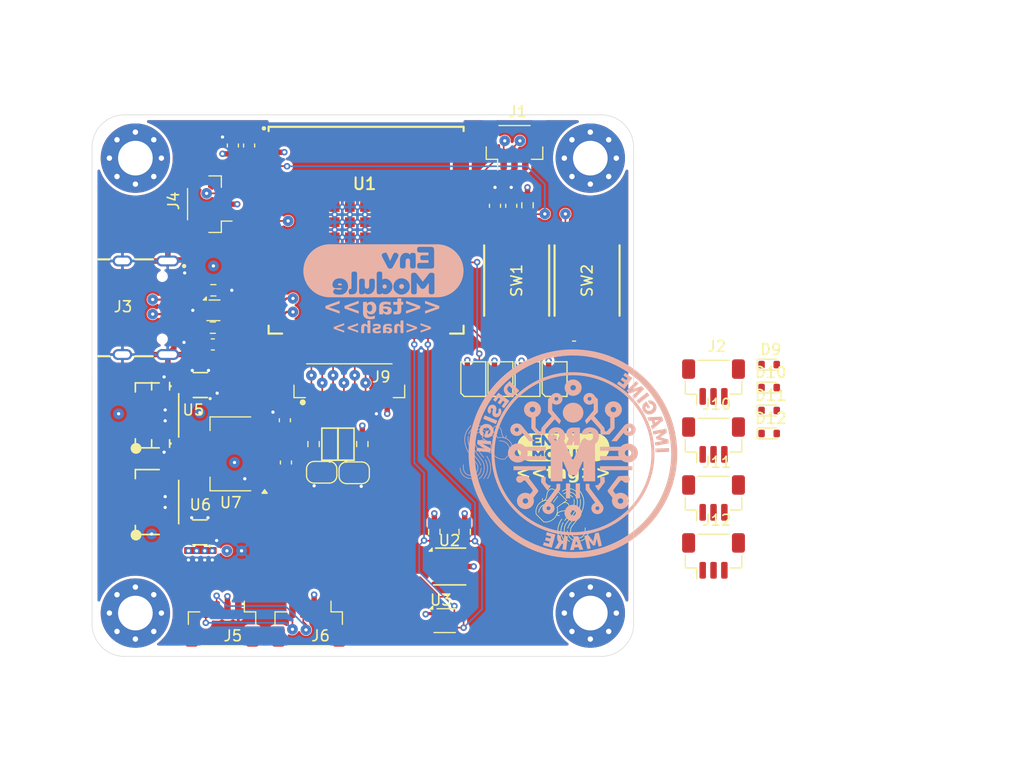
<source format=kicad_pcb>
(kicad_pcb (version 20241229) (generator "pcbnew") (generator_version "9.0")
  (title_block (title "Servo Module") (date "<<release-date>>") (rev "<<tag>>") (comment 1 "<<hash>>"))
  (layers (0 "F.Cu" signal) (4 "In1.Cu" power) (6 "In2.Cu" power) (2 "B.Cu" signal) (13 "F.Paste" user) (15 "B.Paste" user) (5 "F.SilkS" user "F.Silkscreen") (7 "B.SilkS" user "B.Silkscreen") (1 "F.Mask" user) (3 "B.Mask" user) (25 "Edge.Cuts" user))
  (net 0 "")
  (net 1 "+3.3V")
  (net 2 "GND")
  (net 3 "+5V")
  (net 4 "RXD")
  (net 5 "TXD")
  (net 6 "EN")
  (net 7 "OBLEDS")
  (net 8 "Net-(D1-DOUT)")
  (net 9 "Net-(D2-DOUT)")
  (net 10 "Net-(D3-DOUT)")
  (net 13 "USB_D_P")
  (net 14 "USB_D_N")
  (net 16 "/MCU/CC1")
  (net 17 "/MCU/CC2")
  (net 18 "EXT_LEDS")
  (net 19 "BOOT")
  (net 20 "D_P")
  (net 21 "D_N")
  (net 23 "Net-(D7-K)")
  (net 24 "/Power/V5LED")
  (net 25 "Net-(D8-K)")
  (net 26 "/Power/V3.3LED")
  (net 27 "SPI_CS0")
  (net 28 "SPI_IRQ0")
  (net 29 "SPI_CLK")
  (net 30 "SPI_MOSI")
  (net 31 "SPI_MISO")
  (net 32 "SPI_CE0")
  (net 33 "Net-(U1-IO7)")
  (net 58 "SDA")
  (net 59 "SCL")
  (net 62 "SERVO1")
  (net 63 "SERVO2")
  (net 64 "SERVO3")
  (net 65 "SERVO4")
  (footprint "CRG Makes:LTR-303ALS-01" (layer "F.Cu") (at 82.55 106.7)
    (property "Reference" "U3")
    (property "Value" "LTR-303ALS-01")
  )
  (footprint "CRGM Passive:D_SOD-523" (layer "F.Cu") (at 112.51 83.06)
    (property "Reference" "D9")
    (property "Value" "PESD5V0S1BB")
  )
  (footprint "CRGM Connector:JST_SH_BM03B-SRSS-TB_1x03-1MP_P1.00mm_Vertical" (layer "F.Cu") (at 107.375 90.025)
    (property "Reference" "J10")
    (property "Value" "~")
  )
  (footprint "CRGM Connector:GCT_USB4105-GF-A" (layer "F.Cu") (at 52.8 77.8125 -90)
    (property "Reference" "J3")
    (property "Value" "USB_C_USB2.0_16P")
  )
  (footprint "CRGM Switches:EVQ-Q2B02W" (layer "F.Cu") (at 95.7 75.3 90)
    (property "Reference" "SW2")
    (property "Value" "EVQ-Q2B02W")
  )
  (footprint "CRGM Passive:D_SOD-523" (layer "F.Cu") (at 112.51 89.42)
    (property "Reference" "D12")
    (property "Value" "PESD5V0S1BB")
  )
  (footprint "LED_SMD:LED_0603_1608Metric" (layer "F.Cu") (at 71.95 90.4 90)
    (property "Reference" "D7" (hide yes))
    (property "Value" "LED_Small")
  )
  (footprint "CRGM Connector:SolderJumper-2_P1.3mm_Bridged_RoundedPad1.0x1.5mm" (layer "F.Cu") (at 74.2 93.05 180)
    (property "Reference" "JP3" (hide yes))
    (property "Value" "SolderJumper_2_Bridged")
  )
  (footprint "CRGM Mechanical:MountingHole_3.2mm_M3_Pad_Via" (layer "F.Cu") (at 54 64)
    (property "Reference" "H4" (hide yes))
    (property "Value" "MountingHole" (hide yes))
  )
  (footprint "CRGM Passive:D_SOD-523" (layer "F.Cu") (at 112.51 85.18)
    (property "Reference" "D10")
    (property "Value" "PESD5V0S1BB")
  )
  (footprint "Capacitor_SMD:C_0603_1608Metric" (layer "F.Cu") (at 94.5 81.4)
    (property "Reference" "C5" (hide yes))
    (property "Value" "C")
  )
  (footprint "Capacitor_SMD:C_0603_1608Metric" (layer "F.Cu") (at 67.9 92.10075 -90)
    (property "Reference" "C8" (hide yes))
    (property "Value" "C_Small")
  )
  (footprint "CRGM Passive:D_SOD-523" (layer "F.Cu") (at 112.51 87.3)
    (property "Reference" "D11")
    (property "Value" "PESD5V0S1BB")
  )
  (footprint "LED_SMD:LED_WS2812B-2020_PLCC4_2.0x2.0mm" (layer "F.Cu") (at 90.2 84.4 90)
    (property "Reference" "D3" (hide yes))
    (property "Value" "WS2812B-2020")
  )
  (footprint "LED_SMD:LED_WS2812B-2020_PLCC4_2.0x2.0mm" (layer "F.Cu") (at 87.7 84.4 90)
    (property "Reference" "D2" (hide yes))
    (property "Value" "WS2812B-2020")
  )
  (footprint "CRGM Connector:JST_SH_BM04B-SRSS-TB_1x04-1MP_P1.00mm_Vertical" (layer "F.Cu") (at 62 107 180)
    (property "Reference" "J5")
    (property "Value" "~")
  )
  (footprint "CRGM Connector:JST_SH_BM08B-SRSS-TB_1x08-1MP_P1.00mm_Vertical" (layer "F.Cu") (at 73.75 85)
    (property "Reference" "J9")
    (property "Value" "~")
  )
  (footprint "CRGM Logos:Aquarius Logo 5mm" (layer "F.Cu") (at 93.327905 99.669017)
    (property "Reference" "LOGO2" (hide yes))
    (property "Value" "~" (hide yes))
  )
  (footprint "Capacitor_SMD:C_0603_1608Metric" (layer "F.Cu") (at 87.2 68.4 90)
    (property "Reference" "C3" (hide yes))
    (property "Value" "C")
  )
  (footprint "Capacitor_SMD:C_0603_1608Metric" (layer "F.Cu") (at 63 62.8325 90)
    (property "Reference" "C1" (hide yes))
    (property "Value" "C")
  )
  (footprint "CRGM Passive:DFN1006-2" (layer "F.Cu") (at 56.3 90.35 180)
    (property "Reference" "D6" (hide yes))
    (property "Value" "PESD3V3S1BL")
  )
  (footprint "Capacitor_SMD:C_0603_1608Metric" (layer "F.Cu") (at 67.8 88.20075 90)
    (property "Reference" "C7" (hide yes))
    (property "Value" "C_Small")
  )
  (footprint "CRGM Passive:DFN1006-2" (layer "F.Cu") (at 56.3 85.05 180)
    (property "Reference" "D5" (hide yes))
    (property "Value" "PESD5V5C1BL")
  )
  (footprint "CRGM Power:SOTFL50P160X60-8N" (layer "F.Cu") (at 60 84.95 180)
    (property "Reference" "U5")
    (property "Value" "LM66200DRLR" (hide yes))
  )
  (footprint "Resistor_SMD:R_0603_1608Metric" (layer "F.Cu") (at 61.15 79.65)
    (property "Reference" "R4" (hide yes))
    (property "Value" "R_US")
  )
  (footprint "CRGM Connector:JST_SH_BM03B-SRSS-TB_1x03-1MP_P1.00mm_Vertical" (layer "F.Cu") (at 60.825 68.25 90)
    (property "Reference" "J4")
    (property "Value" "~")
  )
  (footprint "CRGM Switches:EVQ-Q2B02W" (layer "F.Cu") (at 89.2 75.3 90)
    (property "Reference" "SW1")
    (property "Value" "EVQ-Q2B02W")
  )
  (footprint "LED_SMD:LED_WS2812B-2020_PLCC4_2.0x2.0mm" (layer "F.Cu") (at 92.7 84.4 90)
    (property "Reference" "D4" (hide yes))
    (property "Value" "WS2812B-2020")
  )
  (footprint "CRGM Mechanical:MountingHole_3.2mm_M3_Pad_Via" (layer "F.Cu") (at 54 106)
    (property "Reference" "H1" (hide yes))
    (property "Value" "MountingHole" (hide yes))
  )
  (footprint "CRG Makes:ESP32-S3-WROOM-1-N8R2" (layer "F.Cu") (at 75.3 67.45)
    (property "Reference" "U1")
    (property "Value" "ESP32-S3-WROOM-1-N8R2")
  )
  (footprint "Capacitor_SMD:C_0603_1608Metric" (layer "F.Cu") (at 61.15 81.2)
    (property "Reference" "C6" (hide yes))
    (property "Value" "C")
  )
  (footprint "kibuzzard-68645E77" (layer "F.Cu") (at 93.5 90.7)
    (property "Reference" "kibuzzard-68645E77" (hide yes))
    (property "Value" "G***" (hide yes))
  )
  (footprint "CRGM Connector:JST_SH_BM03B-SRSS-TB_1x03-1MP_P1.00mm_Vertical" (layer "F.Cu") (at 107.375 100.725)
    (property "Reference" "J12")
    (property "Value" "~")
  )
  (footprint "Resistor_SMD:R_0603_1608Metric" (layer "F.Cu") (at 84.4 98.5 90)
    (property "Reference" "R2" (hide yes))
    (property "Value" "R_US")
  )
  (footprint "CRGM Connector:SolderJumper-2_P1.3mm_Bridged_RoundedPad1.0x1.5mm" (layer "F.Cu") (at 71.2 93)
    (property "Reference" "JP2" (hide yes))
    (property "Value" "SolderJumper_2_Bridged")
  )
  (footprint "Package_TO_SOT_SMD:SOT-223-3_TabPin2" (layer "F.Cu") (at 62.8 91.30075 180)
    (property "Reference" "U7")
    (property "Value" "LD1117S33TR_SOT223")
  )
  (footprint "Capacitor_SMD:C_0603_1608Metric" (layer "F.Cu") (at 88.7 68.4 90)
    (property "Reference" "C4" (hide yes))
    (property "Value" "C")
  )
  (footprint "Capacitor_SMD:C_0603_1608Metric" (layer "F.Cu") (at 64.5 62.8325 90)
    (property "Reference" "C2" (hide yes))
    (property "Value" "C")
  )
  (footprint "Resistor_SMD:R_0603_1608Metric" (layer "F.Cu") (at 90.2 68.35 -90)
    (property "Reference" "R1" (hide yes))
    (property "Value" "R_US")
  )
  (footprint "Resistor_SMD:R_0603_1608Metric" (layer "F.Cu") (at 81.6 98.5 90)
    (property "Reference" "R3" (hide yes))
    (property "Value" "R_US")
  )
  (footprint "CRGM Power:SOTFL50P160X60-8N" (layer "F.Cu") (at 59.95 98.55 180)
    (property "Reference" "U6")
    (property "Value" "LM66200DRLR" (hide yes))
  )
  (footprint "LED_SMD:LED_WS2812B-2020_PLCC4_2.0x2.0mm" (layer "F.Cu") (at 85.2 84.4 90)
    (property "Reference" "D1" (hide yes))
    (property "Value" "WS2812B-2020")
  )
  (footprint "CRGM Mechanical:MountingHole_3.2mm_M3_Pad_Via" (layer "F.Cu") (at 96 64)
    (property "Reference" "H3" (hide yes))
    (property "Value" "MountingHole" (hide yes))
  )
  (footprint "Resistor_SMD:R_0603_1608Metric" (layer "F.Cu") (at 70.45 90.4 -90)
    (property "Reference" "R8" (hide yes))
    (property "Value" "R_Small")
  )
  (footprint "CRGM Connector:JST_SH_BM03B-SRSS-TB_1x03-1MP_P1.00mm_Vertical" (layer "F.Cu") (at 89 63)
    (property "Reference" "J1")
    (property "Value" "~")
  )
  (footprint "CRGM Connector:SM04B-SRSS-TB" (layer "F.Cu") (at 53.55 87.75 -90)
    (property "Reference" "J7")
    (property "Value" "~")
  )
  (footprint "Resistor_SMD:R_0603_1608Metric" (layer "F.Cu") (at 61.2 76.2)
    (property "Reference" "R5" (hide yes))
    (property "Value" "R_US")
  )
  (footprint "CRGM Connector:JST_SH_BM04B-SRSS-TB_1x04-1MP_P1.00mm_Vertical" (layer "F.Cu") (at 70 107 180)
    (property "Reference" "J6")
    (property "Value" "~")
  )
  (footprint "CRGM Connector:JST_SH_BM03B-SRSS-TB_1x03-1MP_P1.00mm_Vertical" (layer "F.Cu") (at 107.375 84.675)
    (property "Reference" "J2")
    (property "Value" "~")
  )
  (footprint "Package_TO_SOT_SMD:SOT-666" (layer "F.Cu") (at 61.2 78.05)
    (property "Reference" "U4" (hide yes))
    (property "Value" "USBLC6-2P6")
  )
  (footprint "CRGM Connector:SM04B-SRSS-TB" (layer "F.Cu") (at 53.55 95.75 -90)
    (property "Reference" "J8")
    (property "Value" "~")
  )
  (footprint "CRGM Connector:JST_SH_BM03B-SRSS-TB_1x03-1MP_P1.00mm_Vertical" (layer "F.Cu") (at 107.375 95.375)
    (property "Reference" "J11")
    (property "Value" "~")
  )
  (footprint "CRG Makes:PWSON-N6" (layer "F.Cu") (at 83.0175 101.7)
    (property "Reference" "U2")
    (property "Value" "HDC1080")
  )
  (footprint "CRGM Mechanical:MountingHole_3.2mm_M3_Pad_Via" (layer "F.Cu") (at 96 106)
    (property "Reference" "H2" (hide yes))
    (property "Value" "MountingHole" (hide yes))
  )
  (footprint "LED_SMD:LED_0603_1608Metric" (layer "F.Cu") (at 73.45 90.4 90)
    (property "Reference" "D8" (hide yes))
    (property "Value" "LED_Small")
  )
  (footprint "Resistor_SMD:R_0603_1608Metric" (layer "F.Cu") (at 74.95 90.4 -90)
    (property "Reference" "R9" (hide yes))
    (property "Value" "R_Small")
  )
  (footprint "CRGM Mechanical:TestPoint_Pad_D1.0mm" (layer "B.Cu") (at 68.5 107.5 180)
    (property "Reference" "TP12" (hide yes))
    (property "Value" "TestPoint")
  )
  (footprint "CRGM Mechanical:TestPoint_Pad_D1.0mm" (layer "B.Cu") (at 55.6 77.05 180)
    (property "Reference" "TP9" (hide yes))
    (property "Value" "TestPoint")
  )
  (footprint "CRGM Mechanical:TestPoint_Pad_D1.0mm" (layer "B.Cu") (at 63.15 92.1 180)
    (property "Reference" "TP25" (hide yes))
    (property "Value" "TestPoint")
  )
  (footprint "CRGM Mechanical:TestPoint_Pad_D1.0mm" (layer "B.Cu") (at 72.25 84.05 180)
    (property "Reference" "TP17" (hide yes))
    (property "Value" "TestPoint")
  )
  (footprint "CRGM Mechanical:TestPoint_Pad_D1.0mm" (layer "B.Cu") (at 60.575 67.25 180)
    (property "Reference" "TP11" (hide yes))
    (property "Value" "TestPoint")
  )
  (footprint "CRGM Mechanical:TestPoint_Pad_D1.0mm" (layer "B.Cu") (at 52.45 87.6 180)
    (property "Reference" "TP21" (hide yes))
    (property "Value" "TestPoint")
  )
  (footprint "CRGM Mechanical:TestPoint_Pad_D1.0mm" (layer "B.Cu") (at 62.45 100.25 -90)
    (property "Reference" "TP23" (hide yes))
    (property "Value" "TestPoint")
  )
  (footprint "CRGM Mechanical:TestPoint_Pad_D1.0mm" (layer "B.Cu") (at 55.5 98.7 180)
    (property "Reference" "TP14" (hide yes))
    (property "Value" "TestPoint")
  )
  (footprint "CRGM Mechanical:TestPoint_Pad_D1.0mm" (layer "B.Cu") (at 71.25 84.75 180)
    (property "Reference" "TP16" (hide yes))
    (property "Value" "TestPoint")
  )
  (footprint "kibuzzard-68645E60" (layer "B.Cu") (at 76.9 74.4 180)
    (property "Reference" "kibuzzard-68645E60" (hide yes))
    (property "Value" "G***" (hide yes))
  )
  (footprint "CRGM Mechanical:TestPoint_Pad_D1.0mm" (layer "B.Cu") (at 93.7 69.15 180)
    (property "Reference" "TP5" (hide yes))
    (property "Value" "TestPoint")
  )
  (footprint "CRGM Mechanical:TestPoint_Pad_D1.0mm" (layer "B.Cu") (at 69.75 107.55 180)
    (property "Reference" "TP13" (hide yes))
    (property "Value" "TestPoint")
  )
  (footprint "CRGM Mechanical:TestPoint_Pad_D1.0mm" (layer "B.Cu") (at 63.8 100.25 -90)
    (property "Reference" "TP24" (hide yes))
    (property "Value" "TestPoint")
  )
  (footprint "CRGM Mechanical:TestPoint_Pad_D1.0mm" (layer "B.Cu") (at 68.55 76.95 180)
    (property "Reference" "TP7" (hide yes))
    (property "Value" "TestPoint")
  )
  (footprint "CRGM Logos:Aquarius Logo 5mm" (layer "B.Cu") (at 86.472096 93.869017 180)
    (property "Reference" "LOGO3" (hide yes))
    (property "Value" "~" (hide yes))
  )
  (footprint "CRGM Mechanical:TestPoint_Pad_D1.0mm" (layer "B.Cu") (at 70.25 84.05 180)
    (property "Reference" "TP15" (hide yes))
    (property "Value" "TestPoint")
  )
  (footprint "CRGM Mechanical:TestPoint_Pad_D1.0mm" (layer "B.Cu") (at 75.25 84.75 180)
    (property "Reference" "TP20" (hide yes))
    (property "Value" "TestPoint")
  )
  (footprint "CRGM Mechanical:TestPoint_Pad_D1.0mm" (layer "B.Cu") (at 73.25 84.75 180)
    (property "Reference" "TP18" (hide yes))
    (property "Value" "TestPoint")
  )
  (footprint "CRGM Logos:CRGM Logo 10mm" (layer "B.Cu") (at 94.4 91.3 180)
    (property "Reference" "LOGO1" (hide yes))
    (property "Value" "~" (hide yes))
  )
  (footprint "CRGM Mechanical:TestPoint_Pad_D1.0mm" (layer "B.Cu") (at 89.5 62.4 -90)
    (property "Reference" "TP3" (hide yes))
    (property "Value" "TestPoint")
  )
  (footprint "CRGM Mechanical:TestPoint_Pad_D1.0mm" (layer "B.Cu") (at 88.1 62.4 -90)
    (property "Reference" "TP2" (hide yes))
    (property "Value" "TestPoint")
  )
  (footprint "CRGM Mechanical:TestPoint_Pad_D1.0mm" (layer "B.Cu") (at 74.25 84.05 180)
    (property "Reference" "TP19" (hide yes))
    (property "Value" "TestPoint")
  )
  (footprint "CRGM Mechanical:TestPoint_Pad_D1.0mm" (layer "B.Cu") (at 59.95 87.5 180)
    (property "Reference" "TP22" (hide yes))
    (property "Value" "TestPoint")
  )
  (footprint "CRGM Mechanical:TestPoint_Pad_D1.0mm" (layer "B.Cu") (at 91.8 69.15 180)
    (property "Reference" "TP4" (hide yes))
    (property "Value" "TestPoint")
  )
  (footprint "CRGM Mechanical:TestPoint_Pad_D1.0mm" (layer "B.Cu") (at 68.1 69.8 180)
    (property "Reference" "TP1" (hide yes))
    (property "Value" "TestPoint")
  )
  (footprint "CRGM Mechanical:TestPoint_Pad_D1.0mm" (layer "B.Cu") (at 61.2 73.95 180)
    (property "Reference" "TP6" (hide yes))
    (property "Value" "TestPoint")
  )
  (footprint "CRGM Mechanical:TestPoint_Pad_D1.0mm" (layer "B.Cu") (at 55.6 78.4 180)
    (property "Reference" "TP10" (hide yes))
    (property "Value" "TestPoint")
  )
  (footprint "CRGM Mechanical:TestPoint_Pad_D1.0mm" (layer "B.Cu") (at 68.55 78.2 180)
    (property "Reference" "TP8" (hide yes))
    (property "Value" "TestPoint")
  )
  (gr_arc (start 53 110) (mid 50.87868 109.12132) (end 50 107) (stroke (width 0.05)) (layer "Edge.Cuts"))
  (gr_arc (start 97 60) (mid 99.12132 60.87868) (end 100 63) (stroke (width 0.05)) (layer "Edge.Cuts"))
  (gr_line (start 97 110) (end 53 110) (stroke (width 0.05)) (layer "Edge.Cuts"))
  (gr_line (start 100 63) (end 100 107) (stroke (width 0.05)) (layer "Edge.Cuts"))
  (gr_line (start 53 60) (end 97 60) (stroke (width 0.05)) (layer "Edge.Cuts"))
  (gr_arc (start 100 107) (mid 99.12132 109.12132) (end 97 110) (stroke (width 0.05)) (layer "Edge.Cuts"))
  (gr_line (start 50 107) (end 50 63) (stroke (width 0.05)) (layer "Edge.Cuts"))
  (gr_arc (start 50 63) (mid 50.87868 60.87868) (end 53 60) (stroke (width 0.05)) (layer "Edge.Cuts"))
  (gr_text "<<tag>>" (at 93.5 93.1 0) (layer "F.SilkS") (effects (font (size 1.2 1.2) (thickness 0.1))))
  (gr_text "<<hash>>" (at 76.8 79.7 0) (layer "B.SilkS") (effects (font (size 1.1 1.1) (thickness 0.1)) (justify mirror)))
  (gr_text "<<tag>>" (at 76.8 77.8 0) (layer "B.SilkS") (effects (font (size 1.5 1.5) (thickness 0.1)) (justify mirror)))
  (segment (start 81.6 97.675) (end 81.6 96.8) (width 0.5) (layer "F.Cu") (net 1))
  (segment (start 87.15 83.485) (end 87.15 82.7) (width 0.5) (layer "F.Cu") (net 1))
  (segment (start 81.65 106.05) (end 80.85 106.05) (width 0.3) (layer "F.Cu") (net 1))
  (segment (start 67.74 63.46) (end 67.75 63.45) (width 0.5) (layer "F.Cu") (net 1))
  (segment (start 70.5 105.675) (end 70.5 104.3) (width 0.5) (layer "F.Cu") (net 1))
  (segment (start 84.4 97.675) (end 84.4 96.8) (width 0.5) (layer "F.Cu") (net 1))
  (segment (start 62.05 63.6075) (end 62.0425 63.6) (width 0.5) (layer "F.Cu") (net 1))
  (segment (start 80.85 106.05) (end 80.8 106.1) (width 0.3) (layer "F.Cu") (net 1))
  (segment (start 62.15 68.25) (end 63.4 68.25) (width 0.5) (layer "F.Cu") (net 1))
  (segment (start 65.5425 63.6075) (end 64.5 63.6075) (width 0.5) (layer "F.Cu") (net 1))
  (segment (start 89.65 83.485) (end 89.65 82.7) (width 0.5) (layer "F.Cu") (net 1))
  (segment (start 66.55 63.46) (end 65.69 63.46) (width 0.5) (layer "F.Cu") (net 1))
  (segment (start 62.5 105.675) (end 62.5 104.45) (width 0.5) (layer "F.Cu") (net 1))
  (segment (start 74.95 89.575) (end 74.95 88.7) (width 0.5) (layer "F.Cu") (net 1))
  (segment (start 92.15 83.485) (end 92.15 82.7) (width 0.5) (layer "F.Cu") (net 1))
  (segment (start 63 63.6075) (end 62.05 63.6075) (width 0.5) (layer "F.Cu") (net 1))
  (segment (start 84.4175 101.7) (end 85.2301 101.7) (width 0.5) (layer "F.Cu") (net 1))
  (segment (start 84.65 83.485) (end 84.65 82.65) (width 0.5) (layer "F.Cu") (net 1))
  (segment (start 66.55 63.46) (end 67.74 63.46) (width 0.5) (layer "F.Cu") (net 1))
  (segment (start 90.2 67.525) (end 90.2 66.7) (width 0.5) (layer "F.Cu") (net 1))
  (segment (start 63 63.6075) (end 64.5 63.6075) (width 0.5) (layer "F.Cu") (net 1))
  (segment (start 65.69 63.46) (end 65.5425 63.6075) (width 0.5) (layer "F.Cu") (net 1))
  (segment (start 77.25 86.325) (end 77.25 87.6) (width 0.5) (layer "F.Cu") (net 1))
  (via (at 77.25 87.6) (size 0.6) (drill 0.3) (layers "F.Cu" "B.Cu") (net 1))
  (via (at 58.9 100.25) (size 0.6) (drill 0.3) (layers "F.Cu" "B.Cu") (net 1))
  (via (at 70.5 104.3) (size 0.6) (drill 0.3) (layers "F.Cu" "B.Cu") (net 1))
  (via (at 67.75 63.45) (size 0.6) (drill 0.3) (layers "F.Cu" "B.Cu") (net 1))
  (via (at 62.45 100.25) (size 0.6) (drill 0.3) (layers "F.Cu" "B.Cu") (net 1))
  (via (at 63.4 68.25) (size 0.6) (drill 0.3) (layers "F.Cu" "B.Cu") (net 1))
  (via (at 92.15 82.7) (size 0.6) (drill 0.3) (layers "F.Cu" "B.Cu") (net 1))
  (via (at 62.0425 63.6) (size 0.6) (drill 0.3) (layers "F.Cu" "B.Cu") (net 1))
  (via (at 90.2 66.7) (size 0.6) (drill 0.3) (layers "F.Cu" "B.Cu") (net 1))
  (via (at 84.65 82.65) (size 0.6) (drill 0.3) (layers "F.Cu" "B.Cu") (net 1))
  (via (at 59.65 100.25) (size 0.6) (drill 0.3) (layers "F.Cu" "B.Cu") (net 1))
  (via (at 61.1 100.25) (size 0.6) (drill 0.3) (layers "F.Cu" "B.Cu") (net 1))
  (via (at 89.65 82.7) (size 0.6) (drill 0.3) (layers "F.Cu" "B.Cu") (net 1))
  (via (at 81.6 96.8) (size 0.6) (drill 0.3) (layers "F.Cu" "B.Cu") (net 1))
  (via (at 87.15 82.7) (size 0.6) (drill 0.3) (layers "F.Cu" "B.Cu") (net 1))
  (via (at 84.4 96.8) (size 0.6) (drill 0.3) (layers "F.Cu" "B.Cu") (net 1))
  (via (at 62.5 104.45) (size 0.6) (drill 0.3) (layers "F.Cu" "B.Cu") (net 1))
  (via (at 63.15 92.1) (size 0.6) (drill 0.3) (layers "F.Cu" "B.Cu") (net 1))
  (via (at 55.5 98.7) (size 0.6) (drill 0.3) (layers "F.Cu" "B.Cu") (net 1))
  (via (at 80.8 106.1) (size 0.6) (drill 0.3) (layers "F.Cu" "B.Cu") (net 1))
  (via (at 85.2301 101.7) (size 0.6) (drill 0.3) (layers "F.Cu" "B.Cu") (net 1))
  (via (at 60.4 100.25) (size 0.6) (drill 0.3) (layers "F.Cu" "B.Cu") (net 1))
  (via (at 74.95 88.7) (size 0.6) (drill 0.3) (layers "F.Cu" "B.Cu") (net 1))
  (segment (start 57 72.5) (end 57 73.3275) (width 0.508) (layer "F.Cu") (net 2))
  (segment (start 57.555 81.5575) (end 56.98 82.1325) (width 0.5) (layer "F.Cu") (net 2))
  (segment (start 61.975 79.65) (end 62.85 79.65) (width 0.5) (layer "F.Cu") (net 2))
  (segment (start 56.98 82.1325) (end 58.6675 82.1325) (width 0.5) (layer "F.Cu") (net 2))
  (segment (start 55.5 88.25) (end 56.75 88.25) (width 0.5) (layer "F.Cu") (net 2))
  (segment (start 57 73.4725) (end 56.98 73.4925) (width 0.1524) (layer "F.Cu") (net 2))
  (segment (start 60.69 97.21) (end 60.7 97.2) (width 0.3) (layer "F.Cu") (net 2))
  (segment (start 59.26 83.61) (end 59.25 83.6) (width 0.3) (layer "F.Cu") (net 2))
  (segment (start 64.10075 93.60075) (end 64.1 93.6) (width 0.5) (layer "F.Cu") (net 2))
  (segment (start 90.75 85.315) (end 90.75 86.25) (width 0.5) (layer "F.Cu") (net 2))
  (segment (start 59.21 97.21) (end 59.2 97.2) (width 0.3) (layer "F.Cu") (net 2))
  (segment (start 59.26 84.2) (end 59.26 83.61) (width 0.3) (layer "F.Cu") (net 2))
  (segment (start 56.9725 73.5) (end 56.98 73.4925) (width 0.1524) (layer "F.Cu") (net 2))
  (segment (start 57 82.1525) (end 56.98 82.1325) (width 0.508) (layer "F.Cu") (net 2))
  (segment (start 93.25 85.315) (end 93.25 86.25) (width 0.5) (layer "F.Cu") (net 2))
  (segment (start 55.5 96.25) (end 56.75 96.25) (width 0.5) (layer "F.Cu") (net 2))
  (segment (start 56.98 82.1325) (end 55.2325 82.1325) (width 0.5) (layer "F.Cu") (net 2))
  (segment (start 60.74 83.61) (end 60.75 83.6) (width 0.3) (layer "F.Cu") (net 2))
  (segment (start 56.65 90.35) (end 56.65 91.15) (width 0.3) (layer "F.Cu") (net 2))
  (segment (start 62.05 62.0575) (end 62.0425 62.05) (width 0.5) (layer "F.Cu") (net 2))
  (segment (start 63 62.0575) (end 62.05 62.0575) (width 0.5) (layer "F.Cu") (net 2))
  (segment (start 74.85 93.05) (end 74.85 94.3) (width 0.5) (layer "F.Cu") (net 2))
  (segment (start 65.7 93.60075) (end 67.175 93.60075) (width 0.5) (layer "F.Cu") (net 2))
  (segment (start 63 62.0575) (end 64.5 62.0575) (width 0.5) (layer "F.Cu") (net 2))
  (segment (start 57.0725 73.4) (end 56.98 73.4925) (width 0.1524) (layer "F.Cu") (net 2))
  (segment (start 55.5 87.25) (end 56.75 87.25) (width 0.5) (layer "F.Cu") (net 2))
  (segment (start 59.21 97.8) (end 59.21 97.21) (width 0.3) (layer "F.Cu") (net 2))
  (segment (start 56.65 85.05) (end 56.65 84.2) (width 0.3) (layer "F.Cu") (net 2))
  (segment (start 85.75 85.315) (end 85.75 86.25) (width 0.5) (layer "F.Cu") (net 2))
  (segment (start 66.72425 87.42575) (end 66.7 87.45) (width 0.5) (layer "F.Cu") (net 2))
  (segment (start 70.55 93) (end 70.55 94.2) (width 0.5) (layer "F.Cu") (net 2))
  (segment (start 55 73.5) (end 56.9725 73.5) (width 0.508) (layer "F.Cu") (net 2))
  (segment (start 57.555 74.6125) (end 58.5375 74.6125) (width 0.5) (layer "F.Cu") (net 2))
  (segment (start 58.5375 74.6125) (end 58.55 74.6) (width 0.5) (layer "F.Cu") (net 2))
  (segment (start 88.25 85.315) (end 88.25 86.25) (width 0.5) (layer "F.Cu") (net 2))
  (segment (start 65.64 62.19) (end 65.5 62.05) (width 0.5) (layer "F.Cu") (net 2))
  (segment (start 67.8 87.42575) (end 66.72425 87.42575) (width 0.5) (layer "F.Cu") (net 2))
  (segment (start 64.5075 62.05) (end 64.5 62.0575) (width 0.5) (layer "F.Cu") (net 2))
  (segment (start 57 83) (end 57 82.1525) (width 0.508) (layer "F.Cu") (net 2))
  (segment (start 87.2 67.625) (end 87.2 66.7) (width 0.5) (layer "F.Cu") (net 2))
  (segment (start 61.5 99.3) (end 60.69 99.3) (width 0.3) (layer "F.Cu") (net 2))
  (segment (start 57.0725 73.4) (end 56.9725 73.5) (width 0.508) (layer "F.Cu") (net 2))
  (segment (start 65.7 93.60075) (end 64.10075 93.60075) (width 0.5) (layer "F.Cu") (net 2))
  (segment (start 55.5 95.25) (end 56.75 95.25) (width 0.5) (layer "F.Cu") (net 2))
  (segment (start 66.55 62.19) (end 65.64 62.19) (width 0.5) (layer "F.Cu") (net 2))
  (segment (start 61.925 81.2) (end 62.85 81.2) (width 0.5) (layer "F.Cu") (net 2))
  (segment (start 67.175 93.60075) (end 67.9 92.87575) (width 0.5) (layer "F.Cu") (net 2))
  (segment (start 60.175 78.05) (end 59.3 78.05) (width 0.3) (layer "F.Cu") (net 2))
  (segment (start 76.25 87.2) (end 76.25 87.6) (width 0.5) (layer "F.Cu") (net 2))
  (segment (start 60.74 84.2) (end 60.74 83.61) (width 0.3) (layer "F.Cu") (net 2))
  (segment (start 59.3 73.4) (end 57.0725 73.4) (width 0.508) (layer "F.Cu") (net 2))
  (segment (start 57.555 81.0125) (end 58.4875 81.0125) (width 0.5) (layer "F.Cu") (net 2))
  (segment (start 76.25 86.325) (end 76.25 87.2) (width 0.5) (layer "F.Cu") (net 2))
  (segment (start 88.7 67.625) (end 88.7 66.7) (width 0.5) (layer "F.Cu") (net 2))
  (segment (start 62.025 76.2) (end 62.9 76.2) (width 0.5) (layer "F.Cu") (net 2))
  (segment (start 60.69 97.8) (end 60.69 97.21) (width 0.3) (layer "F.Cu") (net 2))
  (segment (start 70.55 94.2) (end 70.5 94.25) (width 0.5) (layer "F.Cu") (net 2))
  (segment (start 57.555 81.0125) (end 57.555 81.5575) (width 0.5) (layer "F.Cu") (net 2))
  (segment (start 65.5 62.05) (end 64.5075 62.05) (width 0.5) (layer "F.Cu") (net 2))
  (segment (start 57 73.3275) (end 57.0725 73.4) (width 0.508) (layer "F.Cu") (net 2))
  (segment (start 60.74 85.7) (end 61.55 85.7) (width 0.3) (layer "F.Cu") (net 2))
  (via (at 56.65 84.2) (size 0.6) (drill 0.3) (layers "F.Cu" "B.Cu") (net 2))
  (via (at 56.65 91.15) (size 0.6) (drill 0.3) (layers "F.Cu" "B.Cu") (net 2))
  (via (at 56.75 88.25) (size 0.6) (drill 0.3) (layers "F.Cu" "B.Cu") (net 2))
  (via (at 56.75 87.25) (size 0.6) (drill 0.3) (layers "F.Cu" "B.Cu") (net 2))
  (via (at 59.3 78.05) (size 0.6) (drill 0.3) (layers "F.Cu" "B.Cu") (net 2))
  (via (at 88.7 66.7) (size 0.6) (drill 0.3) (layers "F.Cu" "B.Cu") (net 2))
  (via (at 62.9 76.2) (size 0.6) (drill 0.3) (layers "F.Cu" "B.Cu") (net 2))
  (via (at 74.85 94.3) (size 0.6) (drill 0.3) (layers "F.Cu" "B.Cu") (net 2))
  (via (at 61.55 85.7) (size 0.6) (drill 0.3) (layers "F.Cu" "B.Cu") (net 2))
  (via (at 60.7 97.2) (size 0.6) (drill 0.3) (layers "F.Cu" "B.Cu") (net 2))
  (via (at 60.4 101.1) (size 0.6) (drill 0.3) (layers "F.Cu" "B.Cu") (net 2))
  (via (at 61.5 99.3) (size 0.6) (drill 0.3) (layers "F.Cu" "B.Cu") (net 2))
  (via (at 59.25 83.6) (size 0.6) (drill 0.3) (layers "F.Cu" "B.Cu") (net 2))
  (via (at 60.75 83.6) (size 0.6) (drill 0.3) (layers "F.Cu" "B.Cu") (net 2))
  (via (at 70.5 94.25) (size 0.6) (drill 0.3) (layers "F.Cu" "B.Cu") (net 2))
  (via (at 56.75 96.25) (size 0.6) (drill 0.3) (layers "F.Cu" "B.Cu") (net 2))
  (via (at 76.25 87.6) (size 0.6) (drill 0.3) (layers "F.Cu" "B.Cu") (net 2))
  (via (at 64.1 93.6) (size 0.6) (drill 0.3) (layers "F.Cu" "B.Cu") (net 2))
  (via (at 58.55 74.6) (size 0.6) (drill 0.3) (layers "F.Cu" "B.Cu") (net 2))
  (via (at 59.65 101.1) (size 0.6) (drill 0.3) (layers "F.Cu" "B.Cu") (net 2))
  (via (at 66.7 87.45) (size 0.6) (drill 0.3) (layers "F.Cu" "B.Cu") (net 2))
  (via (at 63.8 100.25) (size 0.6) (drill 0.3) (layers "F.Cu" "B.Cu") (net 2))
  (via (at 62.0425 62.05) (size 0.6) (drill 0.3) (layers "F.Cu" "B.Cu") (net 2))
  (via (at 61.1 101.1) (size 0.6) (drill 0.3) (layers "F.Cu" "B.Cu") (net 2))
  (via (at 58.9 101.1) (size 0.6) (drill 0.3) (layers "F.Cu" "B.Cu") (net 2))
  (via (at 56.75 95.25) (size 0.6) (drill 0.3) (layers "F.Cu" "B.Cu") (net 2))
  (via (at 87.2 66.7) (size 0.6) (drill 0.3) (layers "F.Cu" "B.Cu") (net 2))
  (via (at 58.4875 81.0125) (size 0.6) (drill 0.3) (layers "F.Cu" "B.Cu") (net 2))
  (via (at 80.4 81.8) (size 0.6) (drill 0.3) (layers "F.Cu" "B.Cu") (net 2))
  (via (at 59.2 97.2) (size 0.6) (drill 0.3) (layers "F.Cu" "B.Cu") (net 2))
  (segment (start 61.2 79.1) (end 61.2 76.8) (width 0.2) (layer "F.Cu") (net 3))
  (segment (start 61.925 78.05) (end 61.25 78.05) (width 0.2) (layer "F.Cu") (net 3))
  (segment (start 70.45 89.575) (end 69.125 89.575) (width 0.5) (layer "F.Cu") (net 3))
  (via (at 59.95 87.5) (size 0.6) (drill 0.3) (layers "F.Cu" "B.Cu") (net 3))
  (via (at 52.45 87.6) (size 0.6) (drill 0.3) (layers "F.Cu" "B.Cu") (net 3))
  (via (at 61.2 73.95) (size 0.6) (drill 0.3) (layers "F.Cu" "B.Cu") (net 3))
  (segment (start 88.2 65.6) (end 86.9 65.6) (width 0.1524) (layer "F.Cu") (net 4))
  (segment (start 89 64.8) (end 88.2 65.6) (width 0.1524) (layer "F.Cu") (net 4))
  (segment (start 89 64.325) (end 89 62.9) (width 0.1524) (layer "F.Cu") (net 4))
  (segment (start 86.9 65.6) (end 85.23 67.27) (width 0.1524) (layer "F.Cu") (net 4))
  (segment (start 85.23 67.27) (end 84.05 67.27) (width 0.1524) (layer "F.Cu") (net 4))
  (segment (start 89 62.9) (end 89.5 62.4) (width 0.1524) (layer "F.Cu") (net 4))
  (segment (start 89 64.325) (end 89 64.8) (width 0.1524) (layer "F.Cu") (net 4))
  (via (at 89.5 62.4) (size 0.6) (drill 0.3) (layers "F.Cu" "B.Cu") (net 4))
  (segment (start 84.05 66) (end 85.4 66) (width 0.1524) (layer "F.Cu") (net 5))
  (segment (start 88 62.5) (end 88.1 62.4) (width 0.1524) (layer "F.Cu") (net 5))
  (segment (start 87.075 64.325) (end 88 64.325) (width 0.1524) (layer "F.Cu") (net 5))
  (segment (start 88 64.325) (end 88 62.5) (width 0.1524) (layer "F.Cu") (net 5))
  (segment (start 85.4 66) (end 87.075 64.325) (width 0.1524) (layer "F.Cu") (net 5))
  (via (at 88.1 62.4) (size 0.6) (drill 0.3) (layers "F.Cu" "B.Cu") (net 5))
  (segment (start 87.2 69.175) (end 87.2 71.9) (width 0.1524) (layer "F.Cu") (net 6))
  (segment (start 88.7 69.175) (end 87.2 69.175) (width 0.1524) (layer "F.Cu") (net 6))
  (segment (start 90.2 69.175) (end 88.7 69.175) (width 0.1524) (layer "F.Cu") (net 6))
  (segment (start 67.98 64.73) (end 68 64.75) (width 0.1524) (layer "F.Cu") (net 6))
  (segment (start 87.2 71.9) (end 87.2 78.7) (width 0.1524) (layer "F.Cu") (net 6))
  (segment (start 90.2 69.175) (end 91.775 69.175) (width 0.1524) (layer "F.Cu") (net 6))
  (segment (start 91.775 69.175) (end 91.8 69.15) (width 0.1524) (layer "F.Cu") (net 6))
  (segment (start 66.55 64.73) (end 67.98 64.73) (width 0.1524) (layer "F.Cu") (net 6))
  (via (at 91.8 69.15) (size 0.6) (drill 0.3) (layers "F.Cu" "B.Cu") (net 6))
  (via (at 68 64.75) (size 0.6) (drill 0.3) (layers "F.Cu" "B.Cu") (net 6))
  (segment (start 91.8 66.4) (end 91.8 69.15) (width 0.1524) (layer "B.Cu") (net 6))
  (segment (start 90.15 64.75) (end 91.8 66.4) (width 0.1524) (layer "B.Cu") (net 6))
  (segment (start 68 64.75) (end 90.15 64.75) (width 0.1524) (layer "B.Cu") (net 6))
  (segment (start 85.53 73.62) (end 85.55 73.6) (width 0.1524) (layer "F.Cu") (net 7))
  (segment (start 85.75 82.05) (end 85.75 83.485) (width 0.1524) (layer "F.Cu") (net 7))
  (segment (start 84.05 73.62) (end 85.53 73.62) (width 0.1524) (layer "F.Cu") (net 7))
  (via (at 85.55 73.6) (size 0.6) (drill 0.3) (layers "F.Cu" "B.Cu") (net 7))
  (via (at 85.75 82.05) (size 0.6) (drill 0.3) (layers "F.Cu" "B.Cu") (net 7))
  (segment (start 85.55 81.85) (end 85.75 82.05) (width 0.1524) (layer "B.Cu") (net 7))
  (segment (start 85.55 73.6) (end 85.55 81.85) (width 0.1524) (layer "B.Cu") (net 7))
  (segment (start 85.6 84.35) (end 87.4 84.35) (width 0.1524) (layer "F.Cu") (net 8))
  (segment (start 87.4 84.35) (end 88.25 83.5) (width 0.1524) (layer "F.Cu") (net 8))
  (segment (start 84.65 85.315) (end 84.65 85.3) (width 0.1524) (layer "F.Cu") (net 8))
  (segment (start 88.25 83.5) (end 88.25 83.485) (width 0.1524) (layer "F.Cu") (net 8))
  (segment (start 84.65 85.3) (end 85.6 84.35) (width 0.1524) (layer "F.Cu") (net 8))
  (segment (start 89.885 84.35) (end 90.75 83.485) (width 0.1524) (layer "F.Cu") (net 9))
  (segment (start 87.15 85.315) (end 87.15 85.3) (width 0.1524) (layer "F.Cu") (net 9))
  (segment (start 87.15 85.3) (end 88.1 84.35) (width 0.1524) (layer "F.Cu") (net 9))
  (segment (start 88.1 84.35) (end 89.885 84.35) (width 0.1524) (layer "F.Cu") (net 9))
  (segment (start 93.25 83.485) (end 93.25 83.5) (width 0.1524) (layer "F.Cu") (net 10))
  (segment (start 93.25 83.5) (end 92.4 84.35) (width 0.1524) (layer "F.Cu") (net 10))
  (segment (start 90.6 84.35) (end 89.65 85.3) (width 0.1524) (layer "F.Cu") (net 10))
  (segment (start 89.65 85.3) (end 89.65 85.315) (width 0.1524) (layer "F.Cu") (net 10))
  (segment (start 92.4 84.35) (end 90.6 84.35) (width 0.1524) (layer "F.Cu") (net 10))
  (segment (start 57.555 78.5625) (end 58.9125 78.5625) (width 0.2) (layer "F.Cu") (net 13))
  (segment (start 59.8625 78.5875) (end 60.475 78.5875) (width 0.2) (layer "F.Cu") (net 13))
  (segment (start 56.6125 78.5625) (end 57.555 78.5625) (width 0.2) (layer "F.Cu") (net 13))
  (segment (start 58.9125 78.5625) (end 59.05 78.7) (width 0.2) (layer "F.Cu") (net 13))
  (segment (start 59.05 78.7) (end 59.75 78.7) (width 0.2) (layer "F.Cu") (net 13))
  (segment (start 56.45 78.4) (end 56.6125 78.5625) (width 0.2) (layer "F.Cu") (net 13))
  (segment (start 57.555 77.5625) (end 56.6875 77.5625) (width 0.2) (layer "F.Cu") (net 13))
  (segment (start 55.6 78.4) (end 56.45 78.4) (width 0.2) (layer "F.Cu") (net 13))
  (segment (start 56.45 77.8) (end 56.45 78.4) (width 0.2) (layer "F.Cu") (net 13))
  (segment (start 56.6875 77.5625) (end 56.45 77.8) (width 0.2) (layer "F.Cu") (net 13))
  (segment (start 59.75 78.7) (end 59.8625 78.5875) (width 0.2) (layer "F.Cu") (net 13))
  (via (at 55.6 78.4) (size 0.6) (drill 0.3) (layers "F.Cu" "B.Cu") (net 13))
  (segment (start 57.555 77.0625) (end 58.4125 77.0625) (width 0.2) (layer "F.Cu") (net 14))
  (segment (start 57.555 78.0625) (end 58.4375 78.0625) (width 0.2) (layer "F.Cu") (net 14))
  (segment (start 58.4125 77.0625) (end 58.7 77.35) (width 0.2) (layer "F.Cu") (net 14))
  (segment (start 58.7 77.35) (end 58.7 77.8) (width 0.2) (layer "F.Cu") (net 14))
  (segment (start 55.6125 77.0625) (end 55.6 77.05) (width 0.2) (layer "F.Cu") (net 14))
  (segment (start 57.555 77.0625) (end 55.6125 77.0625) (width 0.2) (layer "F.Cu") (net 14))
  (segment (start 58.4375 78.0625) (end 58.7 77.8) (width 0.2) (layer "F.Cu") (net 14))
  (segment (start 59.8 77.4) (end 59.9125 77.5125) (width 0.2) (layer "F.Cu") (net 14))
  (segment (start 59.9125 77.5125) (end 60.475 77.5125) (width 0.2) (layer "F.Cu") (net 14))
  (segment (start 58.7 77.35) (end 58.75 77.4) (width 0.2) (layer "F.Cu") (net 14))
  (segment (start 58.75 77.4) (end 59.8 77.4) (width 0.2) (layer "F.Cu") (net 14))
  (via (at 55.6 77.05) (size 0.6) (drill 0.3) (layers "F.Cu" "B.Cu") (net 14))
  (segment (start 59.4125 76.2) (end 59.05 76.5625) (width 0.1524) (layer "F.Cu") (net 16))
  (segment (start 59.05 76.5625) (end 57.555 76.5625) (width 0.1524) (layer "F.Cu") (net 16))
  (segment (start 60.375 76.2) (end 59.4125 76.2) (width 0.1524) (layer "F.Cu") (net 16))
  (segment (start 59.1375 79.65) (end 59.05 79.5625) (width 0.1524) (layer "F.Cu") (net 17))
  (segment (start 60.325 79.65) (end 59.1375 79.65) (width 0.1524) (layer "F.Cu") (net 17))
  (segment (start 57.555 79.5625) (end 59.05 79.5625) (width 0.1524) (layer "F.Cu") (net 17))
  (segment (start 62.15 67.25) (end 60.575 67.25) (width 0.1524) (layer "F.Cu") (net 18))
  (segment (start 66.53 67.25) (end 66.55 67.27) (width 0.1524) (layer "F.Cu") (net 18))
  (segment (start 62.15 67.25) (end 66.53 67.25) (width 0.1524) (layer "F.Cu") (net 18))
  (via (at 60.575 67.25) (size 0.6) (drill 0.3) (layers "F.Cu" "B.Cu") (net 18))
  (segment (start 86.75 81.4) (end 84.05 78.7) (width 0.1524) (layer "F.Cu") (net 19))
  (segment (start 93.7 71.9) (end 93.7 69.15) (width 0.1524) (layer "F.Cu") (net 19))
  (segment (start 93.725 81.4) (end 93.725 78.725) (width 0.1524) (layer "F.Cu") (net 19))
  (segment (start 93.725 78.725) (end 93.7 78.7) (width 0.1524) (layer "F.Cu") (net 19))
  (segment (start 93.725 81.4) (end 86.75 81.4) (width 0.1524) (layer "F.Cu") (net 19))
  (segment (start 93.7 71.9) (end 93.7 78.7) (width 0.1524) (layer "F.Cu") (net 19))
  (via (at 93.7 69.15) (size 0.6) (drill 0.3) (layers "F.Cu" "B.Cu") (net 19))
  (segment (start 62.875001 78.275) (end 65.2 78.275) (width 0.2) (layer "F.Cu") (net 20))
  (segment (start 65.84 78.29) (end 65.215 78.29) (width 0.2) (layer "F.Cu") (net 20))
  (segment (start 67.45 78.7) (end 67.95 78.2) (width 0.2) (layer "F.Cu") (net 20))
  (segment (start 66.55 78.7) (end 66.25 78.7) (width 0.2) (layer "F.Cu") (net 20))
  (segment (start 66.55 78.7) (end 67.45 78.7) (width 0.2) (layer "F.Cu") (net 20))
  (segment (start 62.562501 78.5875) (end 62.875001 78.275) (width 0.2) (layer "F.Cu") (net 20))
  (segment (start 67.95 78.2) (end 68.55 78.2) (width 0.2) (layer "F.Cu") (net 20))
  (segment (start 65.215 78.29) (end 65.2 78.275) (width 0.2) (layer "F.Cu") (net 20))
  (segment (start 61.925 78.5875) (end 62.562501 78.5875) (width 0.2) (layer "F.Cu") (net 20))
  (segment (start 66.25 78.7) (end 65.84 78.29) (width 0.2) (layer "F.Cu") (net 20))
  (via (at 68.55 78.2) (size 0.6) (drill 0.3) (layers "F.Cu" "B.Cu") (net 20))
  (segment (start 66.55 77.43) (end 66.25 77.43) (width 0.2) (layer "F.Cu") (net 21))
  (segment (start 66.55 77.43) (end 67.47 77.43) (width 0.2) (layer "F.Cu") (net 21))
  (segment (start 65.372206 77.825) (end 62.875001 77.825) (width 0.2) (layer "F.Cu") (net 21))
  (segment (start 65.84 77.84) (end 65.387206 77.84) (width 0.2) (layer "F.Cu") (net 21))
  (segment (start 62.562501 77.5125) (end 61.925 77.5125) (width 0.2) (layer "F.Cu") (net 21))
  (segment (start 67.47 77.43) (end 67.95 76.95) (width 0.2) (layer "F.Cu") (net 21))
  (segment (start 62.875001 77.825) (end 62.562501 77.5125) (width 0.2) (layer "F.Cu") (net 21))
  (segment (start 67.95 76.95) (end 68.55 76.95) (width 0.2) (layer "F.Cu") (net 21))
  (segment (start 65.387206 77.84) (end 65.372206 77.825) (width 0.2) (layer "F.Cu") (net 21))
  (segment (start 66.25 77.43) (end 65.84 77.84) (width 0.2) (layer "F.Cu") (net 21))
  (via (at 68.55 76.95) (size 0.6) (drill 0.3) (layers "F.Cu" "B.Cu") (net 21))
  (segment (start 71.95 91.4875) (end 71.85 91.4875) (width 0.1524) (layer "F.Cu") (net 23))
  (segment (start 71.85 93) (end 71.95 92.9) (width 0.1524) (layer "F.Cu") (net 23))
  (segment (start 71.85 91.2875) (end 71.95 91.1875) (width 0.1524) (layer "F.Cu") (net 23))
  (segment (start 71.95 92.9) (end 71.95 91.4875) (width 0.1524) (layer "F.Cu") (net 23))
  (segment (start 70.45 91.1125) (end 71.95 89.6125) (width 0.1524) (layer "F.Cu") (net 24))
  (segment (start 70.45 91.225) (end 70.45 91.1125) (width 0.1524) (layer "F.Cu") (net 24))
  (segment (start 73.45 92.95) (end 73.55 93.05) (width 0.1524) (layer "F.Cu") (net 25))
  (segment (start 73.45 91.3875) (end 73.45 92.95) (width 0.1524) (layer "F.Cu") (net 25))
  (segment (start 73.45 89.725) (end 74.95 91.225) (width 0.1524) (layer "F.Cu") (net 26))
  (segment (start 73.45 89.6125) (end 73.45 89.725) (width 0.1524) (layer "F.Cu") (net 26))
  (segment (start 72.25 82.05) (end 73.395 80.905) (width 0.1524) (layer "F.Cu") (net 27))
  (segment (start 72.25 84.05) (end 72.25 82.05) (width 0.1524) (layer "F.Cu") (net 27))
  (segment (start 73.395 80.905) (end 73.395 79.95) (width 0.1524) (layer "F.Cu") (net 27))
  (segment (start 72.25 84.05) (end 72.25 86.325) (width 0.1524) (layer "F.Cu") (net 27))
  (via (at 72.25 84.05) (size 0.6) (drill 0.3) (layers "F.Cu" "B.Cu") (net 27))
  (segment (start 70.25 81.9) (end 70.25 84.05) (width 0.1524) (layer "F.Cu") (net 28))
  (segment (start 70.855 81.295) (end 70.25 81.9) (width 0.1524) (layer "F.Cu") (net 28))
  (segment (start 70.25 86.325) (end 70.25 84.05) (width 0.1524) (layer "F.Cu") (net 28))
  (segment (start 70.855 79.95) (end 70.855 81.295) (width 0.1524) (layer "F.Cu") (net 28))
  (via (at 70.25 84.05) (size 0.6) (drill 0.3) (layers "F.Cu" "B.Cu") (net 28))
  (segment (start 74.25 82) (end 75.935 80.315) (width 0.1524) (layer "F.Cu") (net 29))
  (segment (start 74.25 84.05) (end 74.25 82) (width 0.1524) (layer "F.Cu") (net 29))
  (segment (start 75.95 79.965) (end 75.935 79.95) (width 0.1524) (layer "F.Cu") (net 29))
  (segment (start 75.935 80.315) (end 75.935 79.95) (width 0.1524) (layer "F.Cu") (net 29))
  (segment (start 74.25 84.05) (end 74.25 86.325) (width 0.1524) (layer "F.Cu") (net 29))
  (via (at 74.25 84.05) (size 0.6) (drill 0.3) (layers "F.Cu" "B.Cu") (net 29))
  (segment (start 75.25 84.75) (end 75.25 82.25) (width 0.1524) (layer "F.Cu") (net 30))
  (segment (start 75.25 82.25) (end 77.205 80.295) (width 0.1524) (layer "F.Cu") (net 30))
  (segment (start 75.25 84.75) (end 75.25 86.325) (width 0.1524) (layer "F.Cu") (net 30))
  (segment (start 77.205 80.295) (end 77.205 79.95) (width 0.1524) (layer "F.Cu") (net 30))
  (via (at 75.25 84.75) (size 0.6) (drill 0.3) (layers "F.Cu" "B.Cu") (net 30))
  (segment (start 74.665 79.95) (end 74.665 80.635) (width 0.1524) (layer "F.Cu") (net 31))
  (segment (start 73.25 84.75) (end 73.25 86.325) (width 0.1524) (layer "F.Cu") (net 31))
  (segment (start 73.25 82.05) (end 73.25 84.75) (width 0.1524) (layer "F.Cu") (net 31))
  (segment (start 74.665 80.635) (end 73.25 82.05) (width 0.1524) (layer "F.Cu") (net 31))
  (via (at 73.25 84.75) (size 0.6) (drill 0.3) (layers "F.Cu" "B.Cu") (net 31))
  (segment (start 72.125 81.125) (end 71.25 82) (width 0.1524) (layer "F.Cu") (net 32))
  (segment (start 71.25 82) (end 71.25 84.75) (width 0.1524) (layer "F.Cu") (net 32))
  (segment (start 71.25 84.75) (end 71.25 86.325) (width 0.1524) (layer "F.Cu") (net 32))
  (segment (start 72.125 79.95) (end 72.125 81.125) (width 0.1524) (layer "F.Cu") (net 32))
  (via (at 71.25 84.75) (size 0.6) (drill 0.3) (layers "F.Cu" "B.Cu") (net 32))
  (segment (start 68.1 69.8) (end 66.56 69.8) (width 0.1524) (layer "F.Cu") (net 33))
  (segment (start 66.56 69.8) (end 66.55 69.81) (width 0.1524) (layer "F.Cu") (net 33))
  (via (at 68.1 69.8) (size 0.6) (drill 0.3) (layers "F.Cu" "B.Cu") (net 33))
  (segment (start 79.745 79.95) (end 79.745 81.195) (width 0.1524) (layer "F.Cu") (net 58))
  (segment (start 80.25 103.5) (end 70.1 103.5) (width 0.1524) (layer "F.Cu") (net 58))
  (segment (start 80.65 99.3) (end 80.675 99.325) (width 0.1524) (layer "F.Cu") (net 58))
  (segment (start 83.45 105.35) (end 83.45 106.05) (width 0.1524) (layer "F.Cu") (net 58))
  (segment (start 69.75 107.05) (end 69.5 106.8) (width 0.1524) (layer "F.Cu") (net 58))
  (segment (start 69.5 106.8) (end 69.5 105.675) (width 0.1524) (layer "F.Cu") (net 58))
  (segment (start 83.45 106.05) (end 82.8 106.05) (width 0.1524) (layer "F.Cu") (net 58))
  (segment (start 69.75 107.55) (end 69.75 107.05) (width 0.1524) (layer "F.Cu") (net 58))
  (segment (start 82.8 106.05) (end 80.25 103.5) (width 0.1524) (layer "F.Cu") (net 58))
  (segment (start 70.1 103.5) (end 69.5 104.1) (width 0.1524) (layer "F.Cu") (net 58))
  (segment (start 81.6 99.325) (end 81.6 100.7325) (width 0.1524) (layer "F.Cu") (net 58))
  (segment (start 79.745 81.195) (end 79.75 81.2) (width 0.1524) (layer "F.Cu") (net 58))
  (segment (start 69.5 104.1) (end 69.5 105.675) (width 0.1524) (layer "F.Cu") (net 58))
  (segment (start 81.6 100.7325) (end 81.6175 100.75) (width 0.1524) (layer "F.Cu") (net 58))
  (segment (start 80.675 99.325) (end 81.6 99.325) (width 0.1524) (layer "F.Cu") (net 58))
  (segment (start 61.5 105.675) (end 61.5 104.4) (width 0.1524) (layer "F.Cu") (net 58))
  (via (at 61.5 104.4) (size 0.6) (drill 0.3) (layers "F.Cu" "B.Cu") (net 58))
  (via (at 69.75 107.55) (size 0.6) (drill 0.3) (layers "F.Cu" "B.Cu") (net 58))
  (via (at 83.45 105.35) (size 0.6) (drill 0.3) (layers "F.Cu" "B.Cu") (net 58))
  (via (at 79.75 81.2) (size 0.6) (drill 0.3) (layers "F.Cu" "B.Cu") (net 58))
  (via (at 80.65 99.3) (size 0.6) (drill 0.3) (layers "F.Cu" "B.Cu") (net 58))
  (segment (start 67.85 105.35) (end 69.75 107.25) (width 0.1524) (layer "B.Cu") (net 58))
  (segment (start 80.65 99.3) (end 80.2 99.75) (width 0.1524) (layer "B.Cu") (net 58))
  (segment (start 83.35 105.35) (end 83.45 105.35) (width 0.1524) (layer "B.Cu") (net 58))
  (segment (start 80.2 99.75) (end 80.2 102.2) (width 0.1524) (layer "B.Cu") (net 58))
  (segment (start 61.5 104.4) (end 62.45 105.35) (width 0.1524) (layer "B.Cu") (net 58))
  (segment (start 62.45 105.35) (end 67.85 105.35) (width 0.1524) (layer "B.Cu") (net 58))
  (segment (start 80.65 99.3) (end 80.65 93.05) (width 0.1524) (layer "B.Cu") (net 58))
  (segment (start 80.2 102.2) (end 83.35 105.35) (width 0.1524) (layer "B.Cu") (net 58))
  (segment (start 69.75 107.25) (end 69.75 107.55) (width 0.1524) (layer "B.Cu") (net 58))
  (segment (start 80.65 93.05) (end 79.75 92.15) (width 0.1524) (layer "B.Cu") (net 58))
  (segment (start 79.75 92.15) (end 79.75 81.2) (width 0.1524) (layer "B.Cu") (net 58))
  (segment (start 84.4 99.325) (end 84.4 100.7325) (width 0.1524) (layer "F.Cu") (net 59))
  (segment (start 69.3 102.7) (end 80.3 102.7) (width 0.1524) (layer "F.Cu") (net 59))
  (segment (start 81.015 81.185) (end 81 81.2) (width 0.1524) (layer "F.Cu") (net 59))
  (segment (start 84.425 99.35) (end 84.4 99.325) (width 0.1524) (layer "F.Cu") (net 59))
  (segment (start 68.5 103.5) (end 69.3 102.7) (width 0.1524) (layer "F.Cu") (net 59))
  (segment (start 82.1 104.5) (end 83.8 104.5) (width 0.1524) (layer "F.Cu") (net 59))
  (segment (start 81.015 79.95) (end 81.015 81.185) (width 0.1524) (layer "F.Cu") (net 59))
  (segment (start 83.8 104.5) (end 84.3 105) (width 0.1524) (layer "F.Cu") (net 59))
  (segment (start 60.5 105.675) (end 60.5 106.9) (width 0.1524) (layer "F.Cu") (net 59))
  (segment (start 68.5 105.675) (end 68.5 103.5) (width 0.1524) (layer "F.Cu") (net 59))
  (segment (start 84.4 100.7325) (end 84.4175 100.75) (width 0.1524) (layer "F.Cu") (net 59))
  (segment (start 84.25 107.35) (end 83.45 107.35) (width 0.1524) (layer "F.Cu") (net 59))
  (segment (start 85.35 99.35) (end 84.425 99.35) (width 0.1524) (layer "F.Cu") (net 59))
  (segment (start 84.3 107.35) (end 83.45 107.35) (width 0.1524) (layer "F.Cu") (net 59))
  (segment (start 84.3 105) (end 84.3 107.35) (width 0.1524) (layer "F.Cu") (net 59))
  (segment (start 68.5 107.5) (end 68.5 105.675) (width 0.1524) (layer "F.Cu") (net 59))
  (segment (start 80.3 102.7) (end 82.1 104.5) (width 0.1524) (layer "F.Cu") (net 59))
  (via (at 85.35 99.35) (size 0.6) (drill 0.3) (layers "F.Cu" "B.Cu") (net 59))
  (via (at 68.5 107.5) (size 0.6) (drill 0.3) (layers "F.Cu" "B.Cu") (net 59))
  (via (at 84.3 107.35) (size 0.6) (drill 0.3) (layers "F.Cu" "B.Cu") (net 59))
  (via (at 60.5 106.9) (size 0.6) (drill 0.3) (layers "F.Cu" "B.Cu") (net 59))
  (via (at 81 81.2) (size 0.6) (drill 0.3) (layers "F.Cu" "B.Cu") (net 59))
  (segment (start 81 91.45) (end 81 81.2) (width 0.1524) (layer "B.Cu") (net 59))
  (segment (start 68.5 107.5) (end 67.9 106.9) (width 0.1524) (layer "B.Cu") (net 59))
  (segment (start 86 105.65) (end 84.3 107.35) (width 0.1524) (layer "B.Cu") (net 59))
  (segment (start 85.35 99.35) (end 85.35 95.8) (width 0.1524) (layer "B.Cu") (net 59))
  (segment (start 86 100) (end 86 105.65) (width 0.1524) (layer "B.Cu") (net 59))
  (segment (start 67.9 106.9) (end 60.5 106.9) (width 0.1524) (layer "B.Cu") (net 59))
  (segment (start 85.35 99.35) (end 86 100) (width 0.1524) (layer "B.Cu") (net 59))
  (segment (start 85.35 95.8) (end 81 91.45) (width 0.1524) (layer "B.Cu") (net 59))
  (zone (net 1) (net_name "+3.3V") (layer "F.Cu") (priority 11) (connect_pads (clearance 0.25)) (min_thickness 0.25) (fill yes (thermal_gap 0.25) (thermal_bridge_width 0.5))
    (polygon (pts (xy 69.5 90.3) (xy 69.5 95) (xy 64.3 95) (xy 64.3 98.45) (xy 61.7 98.45) (xy 61.7 90.3)))
  )
  (zone (net 1) (net_name "+3.3V") (layer "F.Cu") (priority 4) (connect_pads (clearance 0.25)) (min_thickness 0.25) (fill yes (thermal_gap 0.25) (thermal_bridge_width 0.5))
    (polygon (pts (xy 53.9 87.85) (xy 58.3 87.85) (xy 58.3 99.75) (xy 52 99.75) (xy 52 95.85) (xy 57.2 95.85) (xy 57.2 92.15) (xy 53.9 92.15)))
  )
  (zone (net 3) (net_name "+5V") (layer "F.Cu") (priority 10) (connect_pads thru_hole_only (clearance 0.127)) (min_thickness 0.127) (fill yes (thermal_gap 0.5) (thermal_bridge_width 0.5))
    (polygon (pts (xy 61.5 82.6) (xy 61.5 84.55) (xy 60.4 84.55) (xy 60.4 84.85) (xy 62.4 84.85) (xy 62.4 82.6)))
  )
  (zone (net 3) (net_name "+5V") (layer "F.Cu") (priority 8) (connect_pads yes (clearance 0.127)) (min_thickness 0.127) (fill yes (thermal_gap 0.5) (thermal_bridge_width 0.5))
    (polygon (pts (xy 59.6 84.55) (xy 57.8 84.55) (xy 57.8 84.85) (xy 59.6 84.85)))
  )
  (zone (net 1) (net_name "+3.3V") (layer "F.Cu") (connect_pads thru_hole_only (clearance 0.15)) (min_thickness 0.15) (fill yes (thermal_gap 0.25) (thermal_bridge_width 0.5))
    (polygon (pts (xy 58.85 98.65) (xy 61.05 98.65) (xy 61.05 98.95) (xy 58.85 98.95)))
  )
  (zone (net 3) (net_name "+5V") (layer "F.Cu") (priority 5) (connect_pads (clearance 0.25)) (min_thickness 0.25) (fill yes (thermal_gap 0.25) (thermal_bridge_width 0.5))
    (polygon (pts (xy 58.5 86.25) (xy 69.5 86.25) (xy 69.5 90) (xy 61.7 90) (xy 61.7 88.75) (xy 58.5 88.75)))
  )
  (zone (net 1) (net_name "+3.3V") (layer "F.Cu") (priority 12) (connect_pads yes (clearance 0.127)) (min_thickness 0.127) (fill yes (thermal_gap 0.5) (thermal_bridge_width 0.5))
    (polygon (pts (xy 59.55 98.15) (xy 58.675 98.15) (xy 57.8 97.5) (xy 57.8 98.45) (xy 59.55 98.45)))
  )
  (zone (net 1) (net_name "+3.3V") (layer "F.Cu") (priority 13) (connect_pads thru_hole_only (clearance 0.15)) (min_thickness 0.15) (fill yes (thermal_gap 0.25) (thermal_bridge_width 0.5))
    (polygon (pts (xy 59.75 99.55) (xy 59.5 99.9) (xy 58.5 99.9) (xy 58.5 100.55) (xy 61.5 100.55) (xy 61.5 99.9) (xy 60.35 99.9) (xy 60.15 99.55) (xy 60.15 98.6875) (xy 59.75 98.6875)))
  )
  (zone (net 3) (net_name "+5V") (layer "F.Cu") (priority 1) (connect_pads (clearance 0.25)) (min_thickness 0.25) (fill yes (thermal_gap 0.25) (thermal_bridge_width 0.5))
    (polygon (pts (xy 58.3 83.7) (xy 58.3 87.65) (xy 53.6 87.65) (xy 53.6 92.35) (xy 57 92.35) (xy 57 95.65) (xy 51 95.65) (xy 51 83.7)))
  )
  (zone (net 1) (net_name "+3.3V") (layer "F.Cu") (priority 12) (connect_pads yes (clearance 0.127)) (min_thickness 0.127) (fill yes (thermal_gap 0.5) (thermal_bridge_width 0.5))
    (polygon (pts (xy 60.3 98.15) (xy 61.175 98.15) (xy 62.05 97.5) (xy 62.05 98.45) (xy 60.3 98.45)))
  )
  (zone (net 3) (net_name "+5V") (layer "F.Cu") (priority 6) (connect_pads thru_hole_only (clearance 0.127)) (min_thickness 0.127) (fill yes (thermal_gap 0.5) (thermal_bridge_width 0.5))
    (polygon (pts (xy 58.9 85.05) (xy 61.1 85.05) (xy 61.1 85.35) (xy 58.9 85.35)))
  )
  (zone (net 3) (net_name "+5V") (layer "F.Cu") (priority 9) (connect_pads thru_hole_only (clearance 0.25)) (min_thickness 0.25) (fill yes (thermal_gap 0.5) (thermal_bridge_width 0.5))
    (polygon (pts (xy 54.1 72.3) (xy 62.4 72.3) (xy 62.4 83.1) (xy 54.1 83.1)))
  )
  (zone (net 3) (net_name "+5V") (layer "F.Cu") (priority 7) (connect_pads yes (clearance 0.127)) (min_thickness 0.127) (fill yes (thermal_gap 0.5) (thermal_bridge_width 0.5))
    (polygon (pts (xy 59.8 86.65) (xy 60.2 86.65) (xy 60.2 85.05) (xy 59.8 85.05)))
  )
  (zone (net 2) (net_name "GND") (layers "F.Cu" "B.Cu" "In1.Cu") (name "GND") (connect_pads (clearance 0.25)) (min_thickness 0.25) (fill yes (thermal_gap 0.25) (thermal_bridge_width 0.25) (smoothing fillet) (radius 1))
    (polygon (pts (xy 50.5 60.5) (xy 99.5 60.5) (xy 99.5 109) (xy 50.5 109)))
  )
)
</source>
